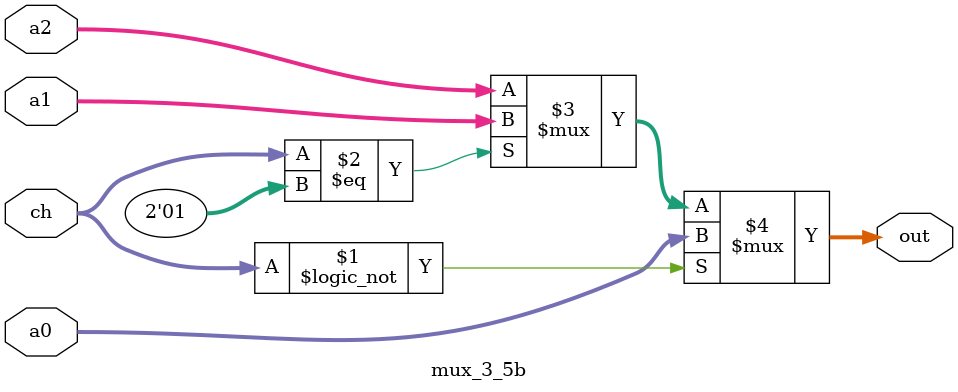
<source format=v>
module dffre_flush(clk, d, q, en);   //flush the ID/EXE
   parameter n = 32;
   input clk, en;
   input [n-1:0] d;
   output [n-1:0] q;
   reg [n-1:0] q;
	initial begin
		q=0;
	end
   always @(posedge clk)
	   if (en==0)
	   	q <= d ;
	   else
	      q<=0;
endmodule

module dffre_pc(clk, d, q, en);     //flush the pc in ID/EXE
   parameter n = 32;
   input clk, en;
   input [n-1:0] d;
   output [n-1:0] q;
   reg [n-1:0] q;
   always @(posedge clk)
	   if (en)
		   q<=32'h0000_3008;
	   else
	      q <= d ;
endmodule


module dffre(clk, d, q, en);    //stall
   parameter n = 32;
   input clk, en;
   input [n-1:0] d;
   output [n-1:0] q;
   reg [n-1:0] q;
	initial begin
		q=0;
	end
   always @(posedge clk)
	   if (en==1)
	   	q <= d ;
endmodule


module dff_pcf(clk, d, q, en, clr);    //stall for pc in IF/ID
   parameter n = 32;
   input clk, en, clr;
   input [n-1:0] d;
   output [n-1:0] q;
   reg [n-1:0] q;
	initial begin
		q=32'h0000_3000;
	end
	always@(posedge clk)
	begin
   if(clr)
			q<=32'h0000_3000;
	else if(en)
			q<=d;
	end
endmodule

module dff_ins(clk, d, q, en, clr);    //stall for instr in IF/ID
   parameter n = 32;
   input clk, en, clr;
   input [n-1:0] d;
   output [n-1:0] q;
   reg [n-1:0] q;
	initial begin
		q=32'h000000_00000_00000_00000_00000_100001;
	end
	always@(posedge clk)
	begin
   if(clr)
			q<=32'h0000_0000;
	else if(en)
			q<=d;
	end
endmodule

module mux_2_32b(a0,a1,ch,out
    );
	input [31:0] a0,a1;
	input ch;
	output [31:0] out;
	wire [31:0] out;
	assign out=(ch==0)?a0:a1;

endmodule

module mux_3_32b(a0,a1,a2,ch,out
    );
	input [31:0] a0,a1,a2;
	input [1:0] ch;
	output [31:0] out;
	wire [31:0] out;
	assign out=
					(ch==2'b00)?a0:
					(ch==2'b01)?a1:
					a2;

endmodule



module mux_3_5b(a0,a1,a2,ch,out
    );
	input [4:0] a0,a1,a2;
	input [1:0] ch;
	output [4:0] out;
	wire [4:0] out;
	assign out=
					(ch==2'b00)?a0:
					(ch==2'b01)?a1:
					a2;

endmodule

</source>
